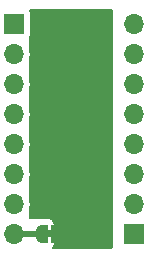
<source format=gbl>
G04 #@! TF.GenerationSoftware,KiCad,Pcbnew,(6.0.9)*
G04 #@! TF.CreationDate,2023-05-28T18:50:32+02:00*
G04 #@! TF.ProjectId,SOIC-SSOP-DIP adapter,534f4943-2d53-4534-9f50-2d4449502061,rev?*
G04 #@! TF.SameCoordinates,Original*
G04 #@! TF.FileFunction,Copper,L2,Bot*
G04 #@! TF.FilePolarity,Positive*
%FSLAX46Y46*%
G04 Gerber Fmt 4.6, Leading zero omitted, Abs format (unit mm)*
G04 Created by KiCad (PCBNEW (6.0.9)) date 2023-05-28 18:50:32*
%MOMM*%
%LPD*%
G01*
G04 APERTURE LIST*
G04 Aperture macros list*
%AMFreePoly0*
4,1,22,0.500000,-0.750000,0.000000,-0.750000,0.000000,-0.745033,-0.079941,-0.743568,-0.215256,-0.701293,-0.333266,-0.622738,-0.424486,-0.514219,-0.481581,-0.384460,-0.499164,-0.250000,-0.500000,-0.250000,-0.500000,0.250000,-0.499164,0.250000,-0.499963,0.256109,-0.478152,0.396186,-0.417904,0.524511,-0.324060,0.630769,-0.204165,0.706417,-0.067858,0.745374,0.000000,0.744959,0.000000,0.750000,
0.500000,0.750000,0.500000,-0.750000,0.500000,-0.750000,$1*%
%AMFreePoly1*
4,1,20,0.000000,0.744959,0.073905,0.744508,0.209726,0.703889,0.328688,0.626782,0.421226,0.519385,0.479903,0.390333,0.500000,0.250000,0.500000,-0.250000,0.499851,-0.262216,0.476331,-0.402017,0.414519,-0.529596,0.319384,-0.634700,0.198574,-0.708877,0.061801,-0.746166,0.000000,-0.745033,0.000000,-0.750000,-0.500000,-0.750000,-0.500000,0.750000,0.000000,0.750000,0.000000,0.744959,
0.000000,0.744959,$1*%
G04 Aperture macros list end*
G04 #@! TA.AperFunction,ComponentPad*
%ADD10R,1.700000X1.700000*%
G04 #@! TD*
G04 #@! TA.AperFunction,ComponentPad*
%ADD11O,1.700000X1.700000*%
G04 #@! TD*
G04 #@! TA.AperFunction,SMDPad,CuDef*
%ADD12FreePoly0,180.000000*%
G04 #@! TD*
G04 #@! TA.AperFunction,SMDPad,CuDef*
%ADD13FreePoly1,180.000000*%
G04 #@! TD*
G04 #@! TA.AperFunction,ViaPad*
%ADD14C,0.900000*%
G04 #@! TD*
G04 #@! TA.AperFunction,Conductor*
%ADD15C,0.500000*%
G04 #@! TD*
G04 APERTURE END LIST*
G36*
X92198000Y-99360000D02*
G01*
X91698000Y-99360000D01*
X91698000Y-98760000D01*
X92198000Y-98760000D01*
X92198000Y-99360000D01*
G37*
D10*
X88900000Y-81280000D03*
D11*
X88900000Y-83820000D03*
X88900000Y-86360000D03*
X88900000Y-88900000D03*
X88900000Y-91440000D03*
X88900000Y-93980000D03*
X88900000Y-96520000D03*
X88900000Y-99060000D03*
D12*
X92598000Y-99060000D03*
D13*
X91298000Y-99060000D03*
D10*
X99060000Y-99045000D03*
D11*
X99060000Y-96505000D03*
X99060000Y-93965000D03*
X99060000Y-91425000D03*
X99060000Y-88885000D03*
X99060000Y-86345000D03*
X99060000Y-83805000D03*
X99060000Y-81265000D03*
D14*
X91186000Y-83058000D03*
X91186000Y-84074000D03*
D15*
X91298000Y-99060000D02*
X88900000Y-99060000D01*
G04 #@! TA.AperFunction,Conductor*
G36*
X97224121Y-80030502D02*
G01*
X97270614Y-80084158D01*
X97282000Y-80136500D01*
X97282000Y-100203500D01*
X97261998Y-100271621D01*
X97208342Y-100318114D01*
X97156000Y-100329500D01*
X92296594Y-100329500D01*
X92228473Y-100309498D01*
X92181980Y-100255842D01*
X92171876Y-100185568D01*
X92201369Y-100120988D01*
X92224274Y-100094554D01*
X92230176Y-100087743D01*
X92290919Y-99954734D01*
X92311729Y-99810000D01*
X92311729Y-99348953D01*
X92311727Y-99348953D01*
X92311318Y-99345983D01*
X92312442Y-99254038D01*
X92312497Y-99249562D01*
X92311937Y-99245277D01*
X92311729Y-99238240D01*
X92311729Y-98848953D01*
X92311727Y-98848953D01*
X92311318Y-98845983D01*
X92311825Y-98804570D01*
X92312497Y-98749562D01*
X92311937Y-98745277D01*
X92311729Y-98738240D01*
X92311729Y-98310000D01*
X92306500Y-98236889D01*
X92265304Y-98096589D01*
X92240035Y-98057270D01*
X92191122Y-97981159D01*
X92191120Y-97981156D01*
X92186250Y-97973579D01*
X92129723Y-97924598D01*
X92082555Y-97883726D01*
X92082552Y-97883724D01*
X92075743Y-97877824D01*
X92004197Y-97845150D01*
X91971633Y-97816934D01*
X91971486Y-97817104D01*
X91948000Y-97796753D01*
X91948000Y-97790000D01*
X90296000Y-97790000D01*
X90227879Y-97769998D01*
X90181386Y-97716342D01*
X90170000Y-97664000D01*
X90170000Y-97032069D01*
X90175442Y-96995440D01*
X90230865Y-96813023D01*
X90230865Y-96813021D01*
X90232370Y-96808069D01*
X90261529Y-96586590D01*
X90263156Y-96520000D01*
X90244852Y-96297361D01*
X90190431Y-96080702D01*
X90180450Y-96057747D01*
X90170000Y-96007505D01*
X90170000Y-94492069D01*
X90175442Y-94455440D01*
X90230865Y-94273023D01*
X90230865Y-94273021D01*
X90232370Y-94268069D01*
X90261529Y-94046590D01*
X90263156Y-93980000D01*
X90244852Y-93757361D01*
X90190431Y-93540702D01*
X90180450Y-93517747D01*
X90170000Y-93467505D01*
X90170000Y-91952069D01*
X90175442Y-91915440D01*
X90230865Y-91733023D01*
X90230865Y-91733021D01*
X90232370Y-91728069D01*
X90261529Y-91506590D01*
X90263156Y-91440000D01*
X90244852Y-91217361D01*
X90190431Y-91000702D01*
X90180450Y-90977747D01*
X90170000Y-90927505D01*
X90170000Y-89412069D01*
X90175442Y-89375440D01*
X90230865Y-89193023D01*
X90230865Y-89193021D01*
X90232370Y-89188069D01*
X90261529Y-88966590D01*
X90263156Y-88900000D01*
X90244852Y-88677361D01*
X90190431Y-88460702D01*
X90180450Y-88437747D01*
X90170000Y-88387505D01*
X90170000Y-86872069D01*
X90175442Y-86835440D01*
X90230865Y-86653023D01*
X90230865Y-86653021D01*
X90232370Y-86648069D01*
X90261529Y-86426590D01*
X90263156Y-86360000D01*
X90244852Y-86137361D01*
X90190431Y-85920702D01*
X90180450Y-85897747D01*
X90170000Y-85847505D01*
X90170000Y-84332069D01*
X90175442Y-84295440D01*
X90230865Y-84113023D01*
X90230865Y-84113021D01*
X90232370Y-84108069D01*
X90261529Y-83886590D01*
X90263156Y-83820000D01*
X90244852Y-83597361D01*
X90190431Y-83380702D01*
X90180450Y-83357747D01*
X90170000Y-83307505D01*
X90170000Y-82459531D01*
X90190002Y-82391410D01*
X90195173Y-82383967D01*
X90195233Y-82383887D01*
X90195235Y-82383884D01*
X90200615Y-82376705D01*
X90251745Y-82240316D01*
X90258500Y-82178134D01*
X90258500Y-80381866D01*
X90251745Y-80319684D01*
X90200615Y-80183295D01*
X90203440Y-80182236D01*
X90191505Y-80127640D01*
X90216248Y-80061094D01*
X90273040Y-80018489D01*
X90317193Y-80010500D01*
X97156000Y-80010500D01*
X97224121Y-80030502D01*
G37*
G04 #@! TD.AperFunction*
M02*

</source>
